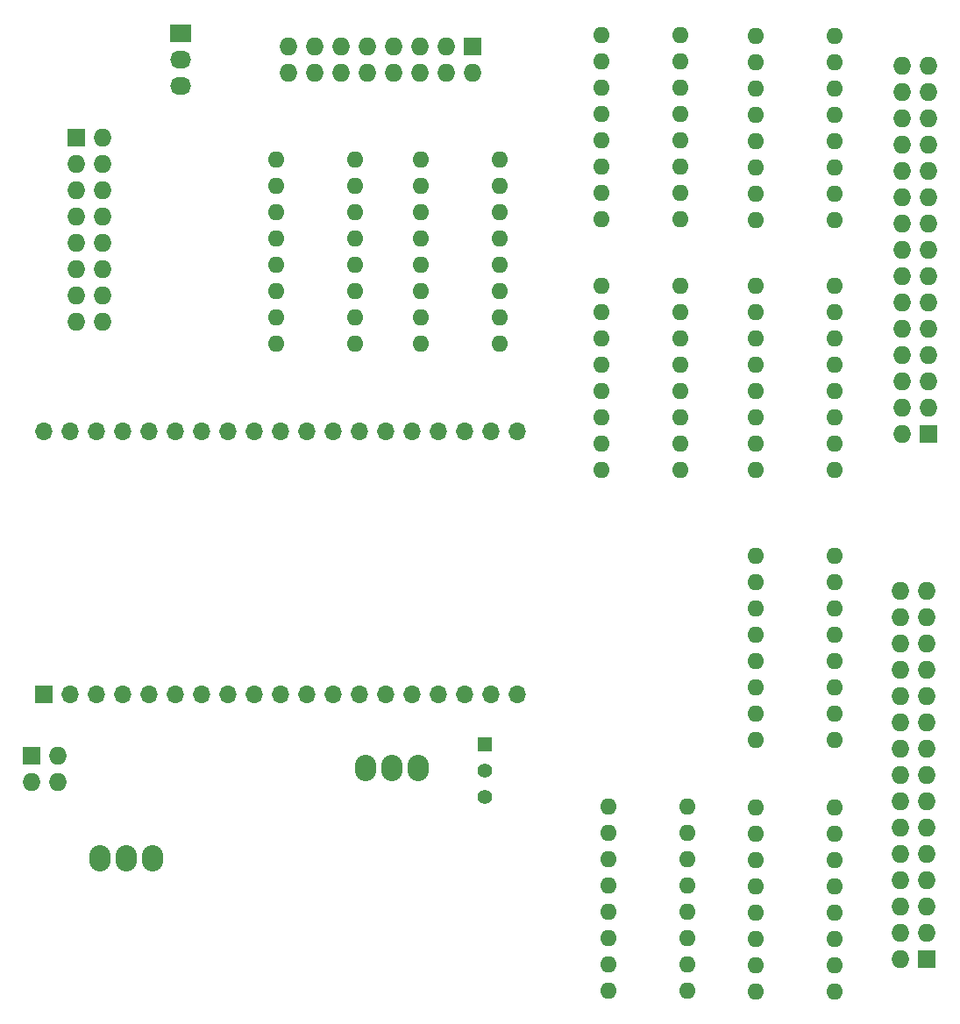
<source format=gbr>
G04 #@! TF.FileFunction,Soldermask,Bot*
%FSLAX46Y46*%
G04 Gerber Fmt 4.6, Leading zero omitted, Abs format (unit mm)*
G04 Created by KiCad (PCBNEW 4.0.4-stable) date Mon May  7 18:27:46 2018*
%MOMM*%
%LPD*%
G01*
G04 APERTURE LIST*
%ADD10C,0.100000*%
%ADD11R,1.727200X1.727200*%
%ADD12O,1.727200X1.727200*%
%ADD13R,2.032000X1.727200*%
%ADD14O,2.032000X1.727200*%
%ADD15O,1.600000X1.600000*%
%ADD16R,1.700000X1.700000*%
%ADD17O,1.700000X1.700000*%
%ADD18O,2.032000X2.540000*%
%ADD19R,1.397000X1.397000*%
%ADD20C,1.397000*%
G04 APERTURE END LIST*
D10*
D11*
X182397000Y-74168000D03*
D12*
X179857000Y-74168000D03*
X182397000Y-71628000D03*
X179857000Y-71628000D03*
X182397000Y-69088000D03*
X179857000Y-69088000D03*
X182397000Y-66548000D03*
X179857000Y-66548000D03*
X182397000Y-64008000D03*
X179857000Y-64008000D03*
X182397000Y-61468000D03*
X179857000Y-61468000D03*
X182397000Y-58928000D03*
X179857000Y-58928000D03*
X182397000Y-56388000D03*
X179857000Y-56388000D03*
X182397000Y-53848000D03*
X179857000Y-53848000D03*
X182397000Y-51308000D03*
X179857000Y-51308000D03*
X182397000Y-48768000D03*
X179857000Y-48768000D03*
X182397000Y-46228000D03*
X179857000Y-46228000D03*
X182397000Y-43688000D03*
X179857000Y-43688000D03*
X182397000Y-41148000D03*
X179857000Y-41148000D03*
X182397000Y-38608000D03*
X179857000Y-38608000D03*
D11*
X182194000Y-124892000D03*
D12*
X179654000Y-124892000D03*
X182194000Y-122352000D03*
X179654000Y-122352000D03*
X182194000Y-119812000D03*
X179654000Y-119812000D03*
X182194000Y-117272000D03*
X179654000Y-117272000D03*
X182194000Y-114732000D03*
X179654000Y-114732000D03*
X182194000Y-112192000D03*
X179654000Y-112192000D03*
X182194000Y-109652000D03*
X179654000Y-109652000D03*
X182194000Y-107112000D03*
X179654000Y-107112000D03*
X182194000Y-104572000D03*
X179654000Y-104572000D03*
X182194000Y-102032000D03*
X179654000Y-102032000D03*
X182194000Y-99492000D03*
X179654000Y-99492000D03*
X182194000Y-96952000D03*
X179654000Y-96952000D03*
X182194000Y-94412000D03*
X179654000Y-94412000D03*
X182194000Y-91872000D03*
X179654000Y-91872000D03*
X182194000Y-89332000D03*
X179654000Y-89332000D03*
D11*
X100051000Y-45542200D03*
D12*
X102591000Y-45542200D03*
X100051000Y-48082200D03*
X102591000Y-48082200D03*
X100051000Y-50622200D03*
X102591000Y-50622200D03*
X100051000Y-53162200D03*
X102591000Y-53162200D03*
X100051000Y-55702200D03*
X102591000Y-55702200D03*
X100051000Y-58242200D03*
X102591000Y-58242200D03*
X100051000Y-60782200D03*
X102591000Y-60782200D03*
X100051000Y-63322200D03*
X102591000Y-63322200D03*
D11*
X138354000Y-36804600D03*
D12*
X138354000Y-39344600D03*
X135814000Y-36804600D03*
X135814000Y-39344600D03*
X133274000Y-36804600D03*
X133274000Y-39344600D03*
X130734000Y-36804600D03*
X130734000Y-39344600D03*
X128194000Y-36804600D03*
X128194000Y-39344600D03*
X125654000Y-36804600D03*
X125654000Y-39344600D03*
X123114000Y-36804600D03*
X123114000Y-39344600D03*
X120574000Y-36804600D03*
X120574000Y-39344600D03*
D13*
X110134000Y-35483800D03*
D14*
X110134000Y-38023800D03*
X110134000Y-40563800D03*
D15*
X173355000Y-77698600D03*
X173355000Y-75158600D03*
X173355000Y-72618600D03*
X173355000Y-70078600D03*
X173355000Y-67538600D03*
X173355000Y-64998600D03*
X173355000Y-62458600D03*
X173355000Y-59918600D03*
X165735000Y-59918600D03*
X165735000Y-62458600D03*
X165735000Y-64998600D03*
X165735000Y-67538600D03*
X165735000Y-70078600D03*
X165735000Y-72618600D03*
X165735000Y-75158600D03*
X165735000Y-77698600D03*
X158420000Y-53441600D03*
X158420000Y-50901600D03*
X158420000Y-48361600D03*
X158420000Y-45821600D03*
X158420000Y-43281600D03*
X158420000Y-40741600D03*
X158420000Y-38201600D03*
X158420000Y-35661600D03*
X150800000Y-35661600D03*
X150800000Y-38201600D03*
X150800000Y-40741600D03*
X150800000Y-43281600D03*
X150800000Y-45821600D03*
X150800000Y-48361600D03*
X150800000Y-50901600D03*
X150800000Y-53441600D03*
X158420000Y-77673200D03*
X158420000Y-75133200D03*
X158420000Y-72593200D03*
X158420000Y-70053200D03*
X158420000Y-67513200D03*
X158420000Y-64973200D03*
X158420000Y-62433200D03*
X158420000Y-59893200D03*
X150800000Y-59893200D03*
X150800000Y-62433200D03*
X150800000Y-64973200D03*
X150800000Y-67513200D03*
X150800000Y-70053200D03*
X150800000Y-72593200D03*
X150800000Y-75133200D03*
X150800000Y-77673200D03*
X173355000Y-53517800D03*
X173355000Y-50977800D03*
X173355000Y-48437800D03*
X173355000Y-45897800D03*
X173355000Y-43357800D03*
X173355000Y-40817800D03*
X173355000Y-38277800D03*
X173355000Y-35737800D03*
X165735000Y-35737800D03*
X165735000Y-38277800D03*
X165735000Y-40817800D03*
X165735000Y-43357800D03*
X165735000Y-45897800D03*
X165735000Y-48437800D03*
X165735000Y-50977800D03*
X165735000Y-53517800D03*
X173355000Y-128016000D03*
X173355000Y-125476000D03*
X173355000Y-122936000D03*
X173355000Y-120396000D03*
X173355000Y-117856000D03*
X173355000Y-115316000D03*
X173355000Y-112776000D03*
X173355000Y-110236000D03*
X165735000Y-110236000D03*
X165735000Y-112776000D03*
X165735000Y-115316000D03*
X165735000Y-117856000D03*
X165735000Y-120396000D03*
X165735000Y-122936000D03*
X165735000Y-125476000D03*
X165735000Y-128016000D03*
X159131000Y-127965000D03*
X159131000Y-125425000D03*
X159131000Y-122885000D03*
X159131000Y-120345000D03*
X159131000Y-117805000D03*
X159131000Y-115265000D03*
X159131000Y-112725000D03*
X159131000Y-110185000D03*
X151511000Y-110185000D03*
X151511000Y-112725000D03*
X151511000Y-115265000D03*
X151511000Y-117805000D03*
X151511000Y-120345000D03*
X151511000Y-122885000D03*
X151511000Y-125425000D03*
X151511000Y-127965000D03*
X173355000Y-103759000D03*
X173355000Y-101219000D03*
X173355000Y-98679000D03*
X173355000Y-96139000D03*
X173355000Y-93599000D03*
X173355000Y-91059000D03*
X173355000Y-88519000D03*
X173355000Y-85979000D03*
X165735000Y-85979000D03*
X165735000Y-88519000D03*
X165735000Y-91059000D03*
X165735000Y-93599000D03*
X165735000Y-96139000D03*
X165735000Y-98679000D03*
X165735000Y-101219000D03*
X165735000Y-103759000D03*
D16*
X96977200Y-99364800D03*
D17*
X96977200Y-73964800D03*
X99517200Y-99364800D03*
X99517200Y-73964800D03*
X102057200Y-99364800D03*
X102057200Y-73964800D03*
X104597200Y-99364800D03*
X104597200Y-73964800D03*
X107137200Y-99364800D03*
X107137200Y-73964800D03*
X109677200Y-99364800D03*
X109677200Y-73964800D03*
X112217200Y-99364800D03*
X112217200Y-73964800D03*
X114757200Y-99364800D03*
X114757200Y-73964800D03*
X117297200Y-99364800D03*
X117297200Y-73964800D03*
X119837200Y-99364800D03*
X119837200Y-73964800D03*
X122377200Y-99364800D03*
X122377200Y-73964800D03*
X124917200Y-99364800D03*
X124917200Y-73964800D03*
X127457200Y-99364800D03*
X127457200Y-73964800D03*
X129997200Y-99364800D03*
X129997200Y-73964800D03*
X132537200Y-99364800D03*
X132537200Y-73964800D03*
X135077200Y-99364800D03*
X135077200Y-73964800D03*
X137617200Y-99364800D03*
X137617200Y-73964800D03*
X140157200Y-99364800D03*
X140157200Y-73964800D03*
X142697200Y-99364800D03*
X142697200Y-73964800D03*
D15*
X133325000Y-47675800D03*
X133325000Y-50215800D03*
X133325000Y-52755800D03*
X133325000Y-55295800D03*
X133325000Y-57835800D03*
X133325000Y-60375800D03*
X133325000Y-62915800D03*
X133325000Y-65455800D03*
X140945000Y-65455800D03*
X140945000Y-62915800D03*
X140945000Y-60375800D03*
X140945000Y-57835800D03*
X140945000Y-55295800D03*
X140945000Y-52755800D03*
X140945000Y-50215800D03*
X140945000Y-47675800D03*
X119355000Y-47726600D03*
X119355000Y-50266600D03*
X119355000Y-52806600D03*
X119355000Y-55346600D03*
X119355000Y-57886600D03*
X119355000Y-60426600D03*
X119355000Y-62966600D03*
X119355000Y-65506600D03*
X126975000Y-65506600D03*
X126975000Y-62966600D03*
X126975000Y-60426600D03*
X126975000Y-57886600D03*
X126975000Y-55346600D03*
X126975000Y-52806600D03*
X126975000Y-50266600D03*
X126975000Y-47726600D03*
D18*
X104877000Y-115164000D03*
X107417000Y-115164000D03*
X102337000Y-115164000D03*
X130581000Y-106426000D03*
X133121000Y-106426000D03*
X128041000Y-106426000D03*
D19*
X139497000Y-104191000D03*
D20*
X139497000Y-106731000D03*
X139497000Y-109271000D03*
D11*
X95783400Y-105283000D03*
D12*
X98323400Y-105283000D03*
X95783400Y-107823000D03*
X98323400Y-107823000D03*
M02*

</source>
